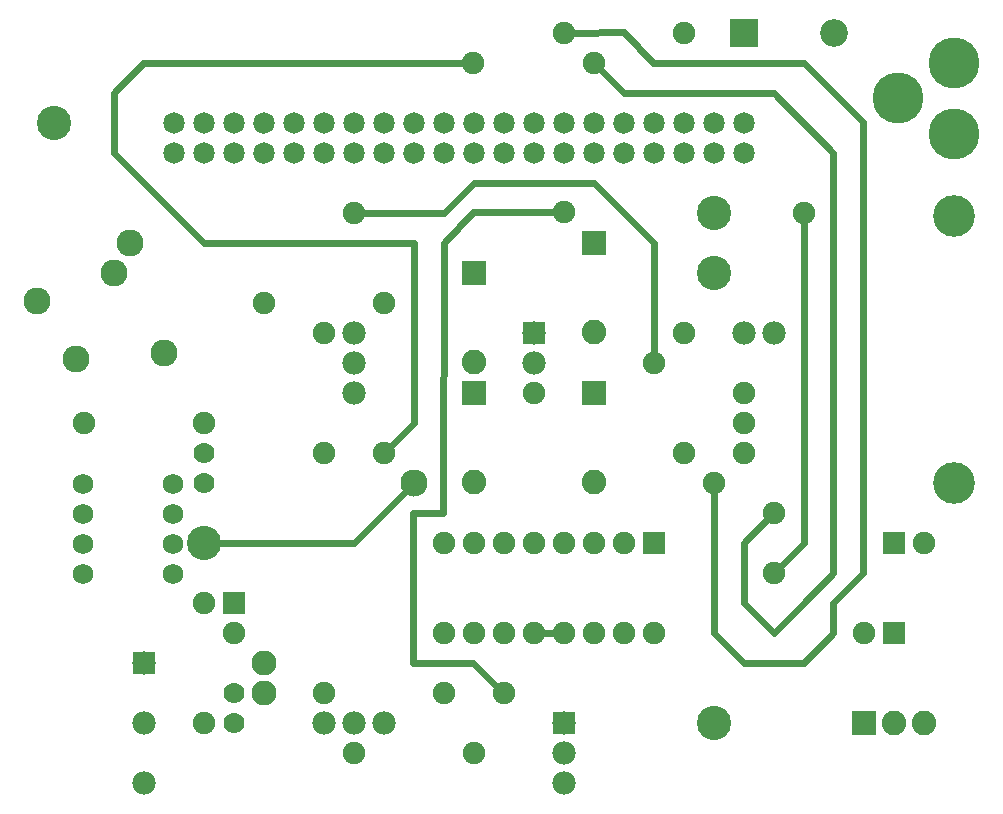
<source format=gtl>
G04 MADE WITH FRITZING*
G04 WWW.FRITZING.ORG*
G04 DOUBLE SIDED*
G04 HOLES PLATED*
G04 CONTOUR ON CENTER OF CONTOUR VECTOR*
%ASAXBY*%
%FSLAX23Y23*%
%MOIN*%
%OFA0B0*%
%SFA1.0B1.0*%
%ADD10C,0.090020*%
%ADD11C,0.090551*%
%ADD12C,0.114173*%
%ADD13C,0.075433*%
%ADD14C,0.068000*%
%ADD15C,0.075000*%
%ADD16C,0.070000*%
%ADD17C,0.078000*%
%ADD18C,0.083307*%
%ADD19C,0.071889*%
%ADD20C,0.071917*%
%ADD21C,0.082000*%
%ADD22C,0.138889*%
%ADD23C,0.092000*%
%ADD24C,0.170000*%
%ADD25R,0.075000X0.075000*%
%ADD26R,0.078000X0.078000*%
%ADD27R,0.082000X0.082000*%
%ADD28R,0.092000X0.092000*%
%ADD29C,0.024000*%
%LNCOPPER1*%
G90*
G70*
G54D10*
X477Y2015D03*
X422Y1916D03*
X591Y1650D03*
X296Y1630D03*
X168Y1822D03*
G54D11*
X1423Y1216D03*
G54D12*
X722Y1016D03*
G54D13*
X1222Y2116D03*
X1621Y2617D03*
X1922Y2716D03*
X2022Y2616D03*
X1922Y2118D03*
X2722Y2116D03*
G54D12*
X222Y2416D03*
G54D14*
X321Y1214D03*
X321Y1114D03*
X321Y1014D03*
X321Y914D03*
X621Y914D03*
X621Y1014D03*
X621Y1114D03*
X621Y1214D03*
X321Y1214D03*
X321Y1114D03*
X321Y1014D03*
X321Y914D03*
X621Y914D03*
X621Y1014D03*
X621Y1114D03*
X621Y1214D03*
G54D15*
X722Y816D03*
X722Y416D03*
X322Y1416D03*
X722Y1416D03*
X822Y816D03*
X822Y716D03*
G54D16*
X722Y1216D03*
X722Y1316D03*
G54D17*
X522Y616D03*
X522Y416D03*
X522Y216D03*
G54D16*
X822Y516D03*
X822Y416D03*
G54D18*
X922Y616D03*
X922Y516D03*
G54D12*
X2422Y2116D03*
X2422Y1916D03*
X2422Y416D03*
G54D17*
X1122Y416D03*
X1222Y416D03*
X1322Y416D03*
X1222Y1516D03*
X1222Y1616D03*
X1222Y1716D03*
G54D13*
X1722Y516D03*
X2622Y1116D03*
X2422Y1216D03*
X1322Y1316D03*
X2622Y916D03*
X1822Y1516D03*
X2322Y2716D03*
X2222Y1616D03*
G54D15*
X3022Y1016D03*
X3122Y1016D03*
X3022Y716D03*
X2922Y716D03*
X2522Y1316D03*
X2522Y1416D03*
X2522Y1516D03*
X2322Y1716D03*
X2322Y1316D03*
G54D17*
X2622Y1716D03*
X2522Y1716D03*
G54D19*
X2522Y2416D03*
X2422Y2416D03*
X2322Y2416D03*
X2222Y2416D03*
G54D20*
X2122Y2416D03*
G54D19*
X2022Y2416D03*
X1922Y2416D03*
X1822Y2416D03*
X1722Y2416D03*
G54D20*
X1622Y2416D03*
G54D19*
X1522Y2416D03*
G54D20*
X1422Y2416D03*
G54D19*
X1322Y2416D03*
X1222Y2416D03*
X1122Y2416D03*
X1022Y2416D03*
G54D20*
X922Y2416D03*
G54D19*
X822Y2416D03*
X722Y2416D03*
X622Y2416D03*
X622Y2316D03*
X722Y2316D03*
X822Y2316D03*
G54D20*
X922Y2316D03*
G54D19*
X1022Y2316D03*
X1122Y2316D03*
X1222Y2316D03*
X1322Y2316D03*
G54D20*
X1422Y2316D03*
G54D19*
X1522Y2316D03*
G54D20*
X1622Y2316D03*
G54D19*
X1722Y2316D03*
X1822Y2316D03*
X1922Y2316D03*
X2022Y2316D03*
G54D20*
X2122Y2316D03*
G54D19*
X2222Y2316D03*
X2322Y2316D03*
X2422Y2316D03*
X2522Y2316D03*
G54D15*
X1522Y516D03*
X1122Y516D03*
X1622Y316D03*
X1222Y316D03*
G54D21*
X2922Y416D03*
X3022Y416D03*
X3122Y416D03*
G54D15*
X2222Y1016D03*
X2222Y716D03*
X2122Y1016D03*
X2122Y716D03*
X2022Y1016D03*
X2022Y716D03*
X1922Y1016D03*
X1922Y716D03*
X1822Y1016D03*
X1822Y716D03*
X1722Y1016D03*
X1722Y716D03*
X1622Y1016D03*
X1622Y716D03*
X1522Y1016D03*
X1522Y716D03*
G54D17*
X1822Y1716D03*
X1822Y1616D03*
G54D21*
X2022Y1516D03*
X2022Y1218D03*
X1622Y1516D03*
X1622Y1218D03*
X1622Y1916D03*
X1622Y1618D03*
X2022Y2016D03*
X2022Y1718D03*
G54D22*
X3222Y2105D03*
X3222Y1216D03*
G54D23*
X2522Y2716D03*
X2822Y2716D03*
G54D15*
X1122Y1716D03*
X1122Y1316D03*
X922Y1816D03*
X1322Y1816D03*
G54D17*
X1922Y416D03*
X1922Y316D03*
X1922Y216D03*
G54D24*
X3222Y2380D03*
X3222Y2616D03*
X3037Y2498D03*
X3222Y2380D03*
X3222Y2616D03*
X3037Y2498D03*
G54D25*
X822Y816D03*
G54D26*
X522Y616D03*
G54D25*
X3022Y1016D03*
X3022Y716D03*
G54D27*
X2922Y416D03*
G54D25*
X2222Y1016D03*
G54D26*
X1822Y1716D03*
G54D27*
X2022Y1517D03*
X1622Y1517D03*
X1622Y1917D03*
X2022Y2017D03*
G54D28*
X2522Y2716D03*
G54D26*
X1922Y416D03*
G54D29*
X1222Y1015D02*
X750Y1016D01*
D02*
X1402Y1196D02*
X1222Y1015D01*
D02*
X1893Y716D02*
X1850Y716D01*
D02*
X2722Y1017D02*
X2722Y2087D01*
D02*
X2642Y937D02*
X2722Y1017D01*
D02*
X1422Y1415D02*
X1422Y2015D01*
D02*
X1422Y2015D02*
X722Y2016D01*
D02*
X722Y2016D02*
X422Y2317D01*
D02*
X422Y2317D02*
X422Y2515D01*
D02*
X422Y2515D02*
X521Y2617D01*
D02*
X521Y2617D02*
X1592Y2617D01*
D02*
X1342Y1336D02*
X1422Y1415D01*
D02*
X1924Y724D02*
X1922Y716D01*
D02*
X1421Y1117D02*
X1421Y617D01*
D02*
X1893Y2118D02*
X1620Y2118D01*
D02*
X1523Y2017D02*
X1521Y1115D01*
D02*
X1620Y2118D02*
X1523Y2017D01*
D02*
X1521Y1115D02*
X1421Y1117D01*
D02*
X1421Y617D02*
X1621Y616D01*
D02*
X1621Y616D02*
X1701Y536D01*
D02*
X2220Y2617D02*
X2123Y2718D01*
D02*
X2123Y2718D02*
X1950Y2716D01*
D02*
X2722Y2617D02*
X2220Y2617D01*
D02*
X2921Y2418D02*
X2722Y2617D01*
D02*
X2821Y815D02*
X2921Y917D01*
D02*
X2921Y917D02*
X2921Y2418D01*
D02*
X2821Y716D02*
X2821Y815D01*
D02*
X2722Y617D02*
X2821Y716D01*
D02*
X2522Y617D02*
X2722Y617D01*
D02*
X2422Y1187D02*
X2423Y716D01*
D02*
X2423Y716D02*
X2522Y617D01*
D02*
X2123Y2517D02*
X2042Y2596D01*
D02*
X2622Y2517D02*
X2123Y2517D01*
D02*
X2821Y2315D02*
X2622Y2517D01*
D02*
X2522Y816D02*
X2622Y716D01*
D02*
X2821Y917D02*
X2821Y2315D01*
D02*
X2722Y815D02*
X2821Y917D01*
D02*
X2522Y1017D02*
X2522Y816D01*
D02*
X2601Y1096D02*
X2522Y1017D01*
D02*
X2622Y716D02*
X2722Y815D01*
D02*
X1522Y2117D02*
X1250Y2116D01*
D02*
X1622Y2217D02*
X1522Y2117D01*
D02*
X2022Y2217D02*
X1622Y2217D01*
D02*
X2222Y2017D02*
X2022Y2217D01*
D02*
X2222Y1645D02*
X2222Y2017D01*
G04 End of Copper1*
M02*
</source>
